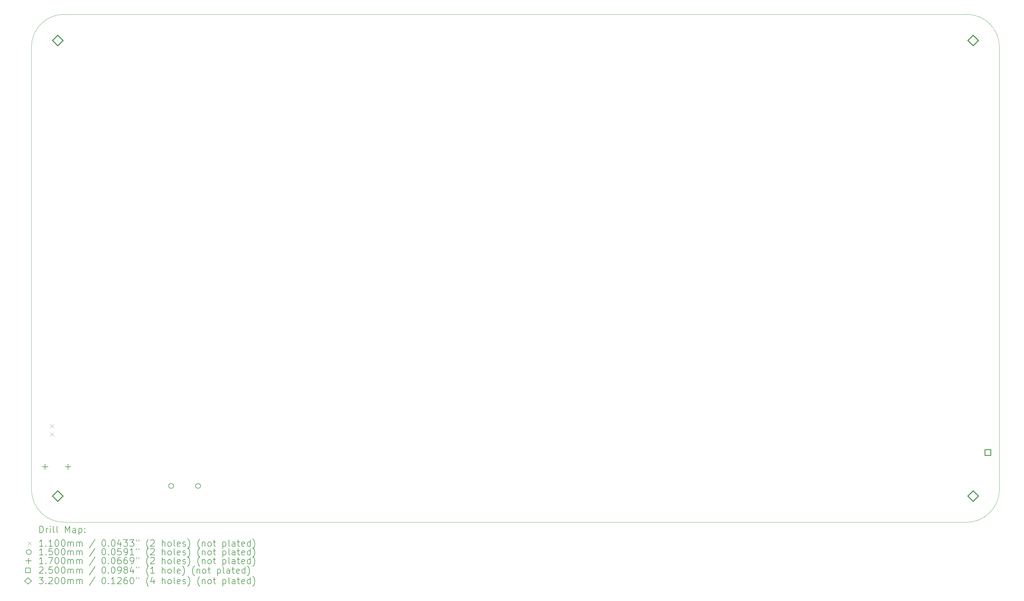
<source format=gbr>
%FSLAX45Y45*%
G04 Gerber Fmt 4.5, Leading zero omitted, Abs format (unit mm)*
G04 Created by KiCad (PCBNEW (6.0.4)) date 2023-08-04 00:31:21*
%MOMM*%
%LPD*%
G01*
G04 APERTURE LIST*
%TA.AperFunction,Profile*%
%ADD10C,0.100000*%
%TD*%
%ADD11C,0.200000*%
%ADD12C,0.110000*%
%ADD13C,0.150000*%
%ADD14C,0.170000*%
%ADD15C,0.250000*%
%ADD16C,0.320000*%
G04 APERTURE END LIST*
D10*
X6000000Y-17000000D02*
X6000000Y-3500000D01*
X35500000Y-17000000D02*
X35500000Y-3500000D01*
X34500000Y-18000000D02*
X7500000Y-18000000D01*
X6000000Y-17000000D02*
G75*
G03*
X7000000Y-18000000I1000000J0D01*
G01*
X7000000Y-2500000D02*
X34500000Y-2500000D01*
X35500000Y-3500000D02*
G75*
G03*
X34500000Y-2500000I-1000000J0D01*
G01*
X7000000Y-2500000D02*
G75*
G03*
X6000000Y-3500000I0J-1000000D01*
G01*
X34500000Y-18000000D02*
G75*
G03*
X35500000Y-17000000I0J1000000D01*
G01*
X7500000Y-18000000D02*
X7000000Y-18000000D01*
D11*
D12*
X6574400Y-15007200D02*
X6684400Y-15117200D01*
X6684400Y-15007200D02*
X6574400Y-15117200D01*
X6574400Y-15261200D02*
X6684400Y-15371200D01*
X6684400Y-15261200D02*
X6574400Y-15371200D01*
D13*
X10333000Y-16891000D02*
G75*
G03*
X10333000Y-16891000I-75000J0D01*
G01*
X11153000Y-16891000D02*
G75*
G03*
X11153000Y-16891000I-75000J0D01*
G01*
D14*
X6417500Y-16221800D02*
X6417500Y-16391800D01*
X6332500Y-16306800D02*
X6502500Y-16306800D01*
X7117500Y-16221800D02*
X7117500Y-16391800D01*
X7032500Y-16306800D02*
X7202500Y-16306800D01*
D15*
X35232133Y-15954390D02*
X35232133Y-15777612D01*
X35055355Y-15777612D01*
X35055355Y-15954390D01*
X35232133Y-15954390D01*
D16*
X6800000Y-3460000D02*
X6960000Y-3300000D01*
X6800000Y-3140000D01*
X6640000Y-3300000D01*
X6800000Y-3460000D01*
X6800000Y-17360000D02*
X6960000Y-17200000D01*
X6800000Y-17040000D01*
X6640000Y-17200000D01*
X6800000Y-17360000D01*
X34700000Y-3460000D02*
X34860000Y-3300000D01*
X34700000Y-3140000D01*
X34540000Y-3300000D01*
X34700000Y-3460000D01*
X34700000Y-17360000D02*
X34860000Y-17200000D01*
X34700000Y-17040000D01*
X34540000Y-17200000D01*
X34700000Y-17360000D01*
D11*
X6252619Y-18315476D02*
X6252619Y-18115476D01*
X6300238Y-18115476D01*
X6328809Y-18125000D01*
X6347857Y-18144048D01*
X6357381Y-18163095D01*
X6366905Y-18201190D01*
X6366905Y-18229762D01*
X6357381Y-18267857D01*
X6347857Y-18286905D01*
X6328809Y-18305952D01*
X6300238Y-18315476D01*
X6252619Y-18315476D01*
X6452619Y-18315476D02*
X6452619Y-18182143D01*
X6452619Y-18220238D02*
X6462143Y-18201190D01*
X6471667Y-18191667D01*
X6490714Y-18182143D01*
X6509762Y-18182143D01*
X6576428Y-18315476D02*
X6576428Y-18182143D01*
X6576428Y-18115476D02*
X6566905Y-18125000D01*
X6576428Y-18134524D01*
X6585952Y-18125000D01*
X6576428Y-18115476D01*
X6576428Y-18134524D01*
X6700238Y-18315476D02*
X6681190Y-18305952D01*
X6671667Y-18286905D01*
X6671667Y-18115476D01*
X6805000Y-18315476D02*
X6785952Y-18305952D01*
X6776428Y-18286905D01*
X6776428Y-18115476D01*
X7033571Y-18315476D02*
X7033571Y-18115476D01*
X7100238Y-18258333D01*
X7166905Y-18115476D01*
X7166905Y-18315476D01*
X7347857Y-18315476D02*
X7347857Y-18210714D01*
X7338333Y-18191667D01*
X7319286Y-18182143D01*
X7281190Y-18182143D01*
X7262143Y-18191667D01*
X7347857Y-18305952D02*
X7328809Y-18315476D01*
X7281190Y-18315476D01*
X7262143Y-18305952D01*
X7252619Y-18286905D01*
X7252619Y-18267857D01*
X7262143Y-18248810D01*
X7281190Y-18239286D01*
X7328809Y-18239286D01*
X7347857Y-18229762D01*
X7443095Y-18182143D02*
X7443095Y-18382143D01*
X7443095Y-18191667D02*
X7462143Y-18182143D01*
X7500238Y-18182143D01*
X7519286Y-18191667D01*
X7528809Y-18201190D01*
X7538333Y-18220238D01*
X7538333Y-18277381D01*
X7528809Y-18296429D01*
X7519286Y-18305952D01*
X7500238Y-18315476D01*
X7462143Y-18315476D01*
X7443095Y-18305952D01*
X7624048Y-18296429D02*
X7633571Y-18305952D01*
X7624048Y-18315476D01*
X7614524Y-18305952D01*
X7624048Y-18296429D01*
X7624048Y-18315476D01*
X7624048Y-18191667D02*
X7633571Y-18201190D01*
X7624048Y-18210714D01*
X7614524Y-18201190D01*
X7624048Y-18191667D01*
X7624048Y-18210714D01*
D12*
X5885000Y-18590000D02*
X5995000Y-18700000D01*
X5995000Y-18590000D02*
X5885000Y-18700000D01*
D11*
X6357381Y-18735476D02*
X6243095Y-18735476D01*
X6300238Y-18735476D02*
X6300238Y-18535476D01*
X6281190Y-18564048D01*
X6262143Y-18583095D01*
X6243095Y-18592619D01*
X6443095Y-18716429D02*
X6452619Y-18725952D01*
X6443095Y-18735476D01*
X6433571Y-18725952D01*
X6443095Y-18716429D01*
X6443095Y-18735476D01*
X6643095Y-18735476D02*
X6528809Y-18735476D01*
X6585952Y-18735476D02*
X6585952Y-18535476D01*
X6566905Y-18564048D01*
X6547857Y-18583095D01*
X6528809Y-18592619D01*
X6766905Y-18535476D02*
X6785952Y-18535476D01*
X6805000Y-18545000D01*
X6814524Y-18554524D01*
X6824048Y-18573571D01*
X6833571Y-18611667D01*
X6833571Y-18659286D01*
X6824048Y-18697381D01*
X6814524Y-18716429D01*
X6805000Y-18725952D01*
X6785952Y-18735476D01*
X6766905Y-18735476D01*
X6747857Y-18725952D01*
X6738333Y-18716429D01*
X6728809Y-18697381D01*
X6719286Y-18659286D01*
X6719286Y-18611667D01*
X6728809Y-18573571D01*
X6738333Y-18554524D01*
X6747857Y-18545000D01*
X6766905Y-18535476D01*
X6957381Y-18535476D02*
X6976428Y-18535476D01*
X6995476Y-18545000D01*
X7005000Y-18554524D01*
X7014524Y-18573571D01*
X7024048Y-18611667D01*
X7024048Y-18659286D01*
X7014524Y-18697381D01*
X7005000Y-18716429D01*
X6995476Y-18725952D01*
X6976428Y-18735476D01*
X6957381Y-18735476D01*
X6938333Y-18725952D01*
X6928809Y-18716429D01*
X6919286Y-18697381D01*
X6909762Y-18659286D01*
X6909762Y-18611667D01*
X6919286Y-18573571D01*
X6928809Y-18554524D01*
X6938333Y-18545000D01*
X6957381Y-18535476D01*
X7109762Y-18735476D02*
X7109762Y-18602143D01*
X7109762Y-18621190D02*
X7119286Y-18611667D01*
X7138333Y-18602143D01*
X7166905Y-18602143D01*
X7185952Y-18611667D01*
X7195476Y-18630714D01*
X7195476Y-18735476D01*
X7195476Y-18630714D02*
X7205000Y-18611667D01*
X7224048Y-18602143D01*
X7252619Y-18602143D01*
X7271667Y-18611667D01*
X7281190Y-18630714D01*
X7281190Y-18735476D01*
X7376428Y-18735476D02*
X7376428Y-18602143D01*
X7376428Y-18621190D02*
X7385952Y-18611667D01*
X7405000Y-18602143D01*
X7433571Y-18602143D01*
X7452619Y-18611667D01*
X7462143Y-18630714D01*
X7462143Y-18735476D01*
X7462143Y-18630714D02*
X7471667Y-18611667D01*
X7490714Y-18602143D01*
X7519286Y-18602143D01*
X7538333Y-18611667D01*
X7547857Y-18630714D01*
X7547857Y-18735476D01*
X7938333Y-18525952D02*
X7766905Y-18783095D01*
X8195476Y-18535476D02*
X8214524Y-18535476D01*
X8233571Y-18545000D01*
X8243095Y-18554524D01*
X8252619Y-18573571D01*
X8262143Y-18611667D01*
X8262143Y-18659286D01*
X8252619Y-18697381D01*
X8243095Y-18716429D01*
X8233571Y-18725952D01*
X8214524Y-18735476D01*
X8195476Y-18735476D01*
X8176428Y-18725952D01*
X8166905Y-18716429D01*
X8157381Y-18697381D01*
X8147857Y-18659286D01*
X8147857Y-18611667D01*
X8157381Y-18573571D01*
X8166905Y-18554524D01*
X8176428Y-18545000D01*
X8195476Y-18535476D01*
X8347857Y-18716429D02*
X8357381Y-18725952D01*
X8347857Y-18735476D01*
X8338333Y-18725952D01*
X8347857Y-18716429D01*
X8347857Y-18735476D01*
X8481190Y-18535476D02*
X8500238Y-18535476D01*
X8519286Y-18545000D01*
X8528810Y-18554524D01*
X8538333Y-18573571D01*
X8547857Y-18611667D01*
X8547857Y-18659286D01*
X8538333Y-18697381D01*
X8528810Y-18716429D01*
X8519286Y-18725952D01*
X8500238Y-18735476D01*
X8481190Y-18735476D01*
X8462143Y-18725952D01*
X8452619Y-18716429D01*
X8443095Y-18697381D01*
X8433571Y-18659286D01*
X8433571Y-18611667D01*
X8443095Y-18573571D01*
X8452619Y-18554524D01*
X8462143Y-18545000D01*
X8481190Y-18535476D01*
X8719286Y-18602143D02*
X8719286Y-18735476D01*
X8671667Y-18525952D02*
X8624048Y-18668810D01*
X8747857Y-18668810D01*
X8805000Y-18535476D02*
X8928810Y-18535476D01*
X8862143Y-18611667D01*
X8890714Y-18611667D01*
X8909762Y-18621190D01*
X8919286Y-18630714D01*
X8928810Y-18649762D01*
X8928810Y-18697381D01*
X8919286Y-18716429D01*
X8909762Y-18725952D01*
X8890714Y-18735476D01*
X8833571Y-18735476D01*
X8814524Y-18725952D01*
X8805000Y-18716429D01*
X8995476Y-18535476D02*
X9119286Y-18535476D01*
X9052619Y-18611667D01*
X9081190Y-18611667D01*
X9100238Y-18621190D01*
X9109762Y-18630714D01*
X9119286Y-18649762D01*
X9119286Y-18697381D01*
X9109762Y-18716429D01*
X9100238Y-18725952D01*
X9081190Y-18735476D01*
X9024048Y-18735476D01*
X9005000Y-18725952D01*
X8995476Y-18716429D01*
X9195476Y-18535476D02*
X9195476Y-18573571D01*
X9271667Y-18535476D02*
X9271667Y-18573571D01*
X9566905Y-18811667D02*
X9557381Y-18802143D01*
X9538333Y-18773571D01*
X9528810Y-18754524D01*
X9519286Y-18725952D01*
X9509762Y-18678333D01*
X9509762Y-18640238D01*
X9519286Y-18592619D01*
X9528810Y-18564048D01*
X9538333Y-18545000D01*
X9557381Y-18516429D01*
X9566905Y-18506905D01*
X9633571Y-18554524D02*
X9643095Y-18545000D01*
X9662143Y-18535476D01*
X9709762Y-18535476D01*
X9728810Y-18545000D01*
X9738333Y-18554524D01*
X9747857Y-18573571D01*
X9747857Y-18592619D01*
X9738333Y-18621190D01*
X9624048Y-18735476D01*
X9747857Y-18735476D01*
X9985952Y-18735476D02*
X9985952Y-18535476D01*
X10071667Y-18735476D02*
X10071667Y-18630714D01*
X10062143Y-18611667D01*
X10043095Y-18602143D01*
X10014524Y-18602143D01*
X9995476Y-18611667D01*
X9985952Y-18621190D01*
X10195476Y-18735476D02*
X10176429Y-18725952D01*
X10166905Y-18716429D01*
X10157381Y-18697381D01*
X10157381Y-18640238D01*
X10166905Y-18621190D01*
X10176429Y-18611667D01*
X10195476Y-18602143D01*
X10224048Y-18602143D01*
X10243095Y-18611667D01*
X10252619Y-18621190D01*
X10262143Y-18640238D01*
X10262143Y-18697381D01*
X10252619Y-18716429D01*
X10243095Y-18725952D01*
X10224048Y-18735476D01*
X10195476Y-18735476D01*
X10376429Y-18735476D02*
X10357381Y-18725952D01*
X10347857Y-18706905D01*
X10347857Y-18535476D01*
X10528810Y-18725952D02*
X10509762Y-18735476D01*
X10471667Y-18735476D01*
X10452619Y-18725952D01*
X10443095Y-18706905D01*
X10443095Y-18630714D01*
X10452619Y-18611667D01*
X10471667Y-18602143D01*
X10509762Y-18602143D01*
X10528810Y-18611667D01*
X10538333Y-18630714D01*
X10538333Y-18649762D01*
X10443095Y-18668810D01*
X10614524Y-18725952D02*
X10633571Y-18735476D01*
X10671667Y-18735476D01*
X10690714Y-18725952D01*
X10700238Y-18706905D01*
X10700238Y-18697381D01*
X10690714Y-18678333D01*
X10671667Y-18668810D01*
X10643095Y-18668810D01*
X10624048Y-18659286D01*
X10614524Y-18640238D01*
X10614524Y-18630714D01*
X10624048Y-18611667D01*
X10643095Y-18602143D01*
X10671667Y-18602143D01*
X10690714Y-18611667D01*
X10766905Y-18811667D02*
X10776429Y-18802143D01*
X10795476Y-18773571D01*
X10805000Y-18754524D01*
X10814524Y-18725952D01*
X10824048Y-18678333D01*
X10824048Y-18640238D01*
X10814524Y-18592619D01*
X10805000Y-18564048D01*
X10795476Y-18545000D01*
X10776429Y-18516429D01*
X10766905Y-18506905D01*
X11128810Y-18811667D02*
X11119286Y-18802143D01*
X11100238Y-18773571D01*
X11090714Y-18754524D01*
X11081190Y-18725952D01*
X11071667Y-18678333D01*
X11071667Y-18640238D01*
X11081190Y-18592619D01*
X11090714Y-18564048D01*
X11100238Y-18545000D01*
X11119286Y-18516429D01*
X11128810Y-18506905D01*
X11205000Y-18602143D02*
X11205000Y-18735476D01*
X11205000Y-18621190D02*
X11214524Y-18611667D01*
X11233571Y-18602143D01*
X11262143Y-18602143D01*
X11281190Y-18611667D01*
X11290714Y-18630714D01*
X11290714Y-18735476D01*
X11414524Y-18735476D02*
X11395476Y-18725952D01*
X11385952Y-18716429D01*
X11376428Y-18697381D01*
X11376428Y-18640238D01*
X11385952Y-18621190D01*
X11395476Y-18611667D01*
X11414524Y-18602143D01*
X11443095Y-18602143D01*
X11462143Y-18611667D01*
X11471667Y-18621190D01*
X11481190Y-18640238D01*
X11481190Y-18697381D01*
X11471667Y-18716429D01*
X11462143Y-18725952D01*
X11443095Y-18735476D01*
X11414524Y-18735476D01*
X11538333Y-18602143D02*
X11614524Y-18602143D01*
X11566905Y-18535476D02*
X11566905Y-18706905D01*
X11576428Y-18725952D01*
X11595476Y-18735476D01*
X11614524Y-18735476D01*
X11833571Y-18602143D02*
X11833571Y-18802143D01*
X11833571Y-18611667D02*
X11852619Y-18602143D01*
X11890714Y-18602143D01*
X11909762Y-18611667D01*
X11919286Y-18621190D01*
X11928809Y-18640238D01*
X11928809Y-18697381D01*
X11919286Y-18716429D01*
X11909762Y-18725952D01*
X11890714Y-18735476D01*
X11852619Y-18735476D01*
X11833571Y-18725952D01*
X12043095Y-18735476D02*
X12024048Y-18725952D01*
X12014524Y-18706905D01*
X12014524Y-18535476D01*
X12205000Y-18735476D02*
X12205000Y-18630714D01*
X12195476Y-18611667D01*
X12176428Y-18602143D01*
X12138333Y-18602143D01*
X12119286Y-18611667D01*
X12205000Y-18725952D02*
X12185952Y-18735476D01*
X12138333Y-18735476D01*
X12119286Y-18725952D01*
X12109762Y-18706905D01*
X12109762Y-18687857D01*
X12119286Y-18668810D01*
X12138333Y-18659286D01*
X12185952Y-18659286D01*
X12205000Y-18649762D01*
X12271667Y-18602143D02*
X12347857Y-18602143D01*
X12300238Y-18535476D02*
X12300238Y-18706905D01*
X12309762Y-18725952D01*
X12328809Y-18735476D01*
X12347857Y-18735476D01*
X12490714Y-18725952D02*
X12471667Y-18735476D01*
X12433571Y-18735476D01*
X12414524Y-18725952D01*
X12405000Y-18706905D01*
X12405000Y-18630714D01*
X12414524Y-18611667D01*
X12433571Y-18602143D01*
X12471667Y-18602143D01*
X12490714Y-18611667D01*
X12500238Y-18630714D01*
X12500238Y-18649762D01*
X12405000Y-18668810D01*
X12671667Y-18735476D02*
X12671667Y-18535476D01*
X12671667Y-18725952D02*
X12652619Y-18735476D01*
X12614524Y-18735476D01*
X12595476Y-18725952D01*
X12585952Y-18716429D01*
X12576428Y-18697381D01*
X12576428Y-18640238D01*
X12585952Y-18621190D01*
X12595476Y-18611667D01*
X12614524Y-18602143D01*
X12652619Y-18602143D01*
X12671667Y-18611667D01*
X12747857Y-18811667D02*
X12757381Y-18802143D01*
X12776428Y-18773571D01*
X12785952Y-18754524D01*
X12795476Y-18725952D01*
X12805000Y-18678333D01*
X12805000Y-18640238D01*
X12795476Y-18592619D01*
X12785952Y-18564048D01*
X12776428Y-18545000D01*
X12757381Y-18516429D01*
X12747857Y-18506905D01*
D13*
X5995000Y-18909000D02*
G75*
G03*
X5995000Y-18909000I-75000J0D01*
G01*
D11*
X6357381Y-18999476D02*
X6243095Y-18999476D01*
X6300238Y-18999476D02*
X6300238Y-18799476D01*
X6281190Y-18828048D01*
X6262143Y-18847095D01*
X6243095Y-18856619D01*
X6443095Y-18980429D02*
X6452619Y-18989952D01*
X6443095Y-18999476D01*
X6433571Y-18989952D01*
X6443095Y-18980429D01*
X6443095Y-18999476D01*
X6633571Y-18799476D02*
X6538333Y-18799476D01*
X6528809Y-18894714D01*
X6538333Y-18885190D01*
X6557381Y-18875667D01*
X6605000Y-18875667D01*
X6624048Y-18885190D01*
X6633571Y-18894714D01*
X6643095Y-18913762D01*
X6643095Y-18961381D01*
X6633571Y-18980429D01*
X6624048Y-18989952D01*
X6605000Y-18999476D01*
X6557381Y-18999476D01*
X6538333Y-18989952D01*
X6528809Y-18980429D01*
X6766905Y-18799476D02*
X6785952Y-18799476D01*
X6805000Y-18809000D01*
X6814524Y-18818524D01*
X6824048Y-18837571D01*
X6833571Y-18875667D01*
X6833571Y-18923286D01*
X6824048Y-18961381D01*
X6814524Y-18980429D01*
X6805000Y-18989952D01*
X6785952Y-18999476D01*
X6766905Y-18999476D01*
X6747857Y-18989952D01*
X6738333Y-18980429D01*
X6728809Y-18961381D01*
X6719286Y-18923286D01*
X6719286Y-18875667D01*
X6728809Y-18837571D01*
X6738333Y-18818524D01*
X6747857Y-18809000D01*
X6766905Y-18799476D01*
X6957381Y-18799476D02*
X6976428Y-18799476D01*
X6995476Y-18809000D01*
X7005000Y-18818524D01*
X7014524Y-18837571D01*
X7024048Y-18875667D01*
X7024048Y-18923286D01*
X7014524Y-18961381D01*
X7005000Y-18980429D01*
X6995476Y-18989952D01*
X6976428Y-18999476D01*
X6957381Y-18999476D01*
X6938333Y-18989952D01*
X6928809Y-18980429D01*
X6919286Y-18961381D01*
X6909762Y-18923286D01*
X6909762Y-18875667D01*
X6919286Y-18837571D01*
X6928809Y-18818524D01*
X6938333Y-18809000D01*
X6957381Y-18799476D01*
X7109762Y-18999476D02*
X7109762Y-18866143D01*
X7109762Y-18885190D02*
X7119286Y-18875667D01*
X7138333Y-18866143D01*
X7166905Y-18866143D01*
X7185952Y-18875667D01*
X7195476Y-18894714D01*
X7195476Y-18999476D01*
X7195476Y-18894714D02*
X7205000Y-18875667D01*
X7224048Y-18866143D01*
X7252619Y-18866143D01*
X7271667Y-18875667D01*
X7281190Y-18894714D01*
X7281190Y-18999476D01*
X7376428Y-18999476D02*
X7376428Y-18866143D01*
X7376428Y-18885190D02*
X7385952Y-18875667D01*
X7405000Y-18866143D01*
X7433571Y-18866143D01*
X7452619Y-18875667D01*
X7462143Y-18894714D01*
X7462143Y-18999476D01*
X7462143Y-18894714D02*
X7471667Y-18875667D01*
X7490714Y-18866143D01*
X7519286Y-18866143D01*
X7538333Y-18875667D01*
X7547857Y-18894714D01*
X7547857Y-18999476D01*
X7938333Y-18789952D02*
X7766905Y-19047095D01*
X8195476Y-18799476D02*
X8214524Y-18799476D01*
X8233571Y-18809000D01*
X8243095Y-18818524D01*
X8252619Y-18837571D01*
X8262143Y-18875667D01*
X8262143Y-18923286D01*
X8252619Y-18961381D01*
X8243095Y-18980429D01*
X8233571Y-18989952D01*
X8214524Y-18999476D01*
X8195476Y-18999476D01*
X8176428Y-18989952D01*
X8166905Y-18980429D01*
X8157381Y-18961381D01*
X8147857Y-18923286D01*
X8147857Y-18875667D01*
X8157381Y-18837571D01*
X8166905Y-18818524D01*
X8176428Y-18809000D01*
X8195476Y-18799476D01*
X8347857Y-18980429D02*
X8357381Y-18989952D01*
X8347857Y-18999476D01*
X8338333Y-18989952D01*
X8347857Y-18980429D01*
X8347857Y-18999476D01*
X8481190Y-18799476D02*
X8500238Y-18799476D01*
X8519286Y-18809000D01*
X8528810Y-18818524D01*
X8538333Y-18837571D01*
X8547857Y-18875667D01*
X8547857Y-18923286D01*
X8538333Y-18961381D01*
X8528810Y-18980429D01*
X8519286Y-18989952D01*
X8500238Y-18999476D01*
X8481190Y-18999476D01*
X8462143Y-18989952D01*
X8452619Y-18980429D01*
X8443095Y-18961381D01*
X8433571Y-18923286D01*
X8433571Y-18875667D01*
X8443095Y-18837571D01*
X8452619Y-18818524D01*
X8462143Y-18809000D01*
X8481190Y-18799476D01*
X8728810Y-18799476D02*
X8633571Y-18799476D01*
X8624048Y-18894714D01*
X8633571Y-18885190D01*
X8652619Y-18875667D01*
X8700238Y-18875667D01*
X8719286Y-18885190D01*
X8728810Y-18894714D01*
X8738333Y-18913762D01*
X8738333Y-18961381D01*
X8728810Y-18980429D01*
X8719286Y-18989952D01*
X8700238Y-18999476D01*
X8652619Y-18999476D01*
X8633571Y-18989952D01*
X8624048Y-18980429D01*
X8833571Y-18999476D02*
X8871667Y-18999476D01*
X8890714Y-18989952D01*
X8900238Y-18980429D01*
X8919286Y-18951857D01*
X8928810Y-18913762D01*
X8928810Y-18837571D01*
X8919286Y-18818524D01*
X8909762Y-18809000D01*
X8890714Y-18799476D01*
X8852619Y-18799476D01*
X8833571Y-18809000D01*
X8824048Y-18818524D01*
X8814524Y-18837571D01*
X8814524Y-18885190D01*
X8824048Y-18904238D01*
X8833571Y-18913762D01*
X8852619Y-18923286D01*
X8890714Y-18923286D01*
X8909762Y-18913762D01*
X8919286Y-18904238D01*
X8928810Y-18885190D01*
X9119286Y-18999476D02*
X9005000Y-18999476D01*
X9062143Y-18999476D02*
X9062143Y-18799476D01*
X9043095Y-18828048D01*
X9024048Y-18847095D01*
X9005000Y-18856619D01*
X9195476Y-18799476D02*
X9195476Y-18837571D01*
X9271667Y-18799476D02*
X9271667Y-18837571D01*
X9566905Y-19075667D02*
X9557381Y-19066143D01*
X9538333Y-19037571D01*
X9528810Y-19018524D01*
X9519286Y-18989952D01*
X9509762Y-18942333D01*
X9509762Y-18904238D01*
X9519286Y-18856619D01*
X9528810Y-18828048D01*
X9538333Y-18809000D01*
X9557381Y-18780429D01*
X9566905Y-18770905D01*
X9633571Y-18818524D02*
X9643095Y-18809000D01*
X9662143Y-18799476D01*
X9709762Y-18799476D01*
X9728810Y-18809000D01*
X9738333Y-18818524D01*
X9747857Y-18837571D01*
X9747857Y-18856619D01*
X9738333Y-18885190D01*
X9624048Y-18999476D01*
X9747857Y-18999476D01*
X9985952Y-18999476D02*
X9985952Y-18799476D01*
X10071667Y-18999476D02*
X10071667Y-18894714D01*
X10062143Y-18875667D01*
X10043095Y-18866143D01*
X10014524Y-18866143D01*
X9995476Y-18875667D01*
X9985952Y-18885190D01*
X10195476Y-18999476D02*
X10176429Y-18989952D01*
X10166905Y-18980429D01*
X10157381Y-18961381D01*
X10157381Y-18904238D01*
X10166905Y-18885190D01*
X10176429Y-18875667D01*
X10195476Y-18866143D01*
X10224048Y-18866143D01*
X10243095Y-18875667D01*
X10252619Y-18885190D01*
X10262143Y-18904238D01*
X10262143Y-18961381D01*
X10252619Y-18980429D01*
X10243095Y-18989952D01*
X10224048Y-18999476D01*
X10195476Y-18999476D01*
X10376429Y-18999476D02*
X10357381Y-18989952D01*
X10347857Y-18970905D01*
X10347857Y-18799476D01*
X10528810Y-18989952D02*
X10509762Y-18999476D01*
X10471667Y-18999476D01*
X10452619Y-18989952D01*
X10443095Y-18970905D01*
X10443095Y-18894714D01*
X10452619Y-18875667D01*
X10471667Y-18866143D01*
X10509762Y-18866143D01*
X10528810Y-18875667D01*
X10538333Y-18894714D01*
X10538333Y-18913762D01*
X10443095Y-18932810D01*
X10614524Y-18989952D02*
X10633571Y-18999476D01*
X10671667Y-18999476D01*
X10690714Y-18989952D01*
X10700238Y-18970905D01*
X10700238Y-18961381D01*
X10690714Y-18942333D01*
X10671667Y-18932810D01*
X10643095Y-18932810D01*
X10624048Y-18923286D01*
X10614524Y-18904238D01*
X10614524Y-18894714D01*
X10624048Y-18875667D01*
X10643095Y-18866143D01*
X10671667Y-18866143D01*
X10690714Y-18875667D01*
X10766905Y-19075667D02*
X10776429Y-19066143D01*
X10795476Y-19037571D01*
X10805000Y-19018524D01*
X10814524Y-18989952D01*
X10824048Y-18942333D01*
X10824048Y-18904238D01*
X10814524Y-18856619D01*
X10805000Y-18828048D01*
X10795476Y-18809000D01*
X10776429Y-18780429D01*
X10766905Y-18770905D01*
X11128810Y-19075667D02*
X11119286Y-19066143D01*
X11100238Y-19037571D01*
X11090714Y-19018524D01*
X11081190Y-18989952D01*
X11071667Y-18942333D01*
X11071667Y-18904238D01*
X11081190Y-18856619D01*
X11090714Y-18828048D01*
X11100238Y-18809000D01*
X11119286Y-18780429D01*
X11128810Y-18770905D01*
X11205000Y-18866143D02*
X11205000Y-18999476D01*
X11205000Y-18885190D02*
X11214524Y-18875667D01*
X11233571Y-18866143D01*
X11262143Y-18866143D01*
X11281190Y-18875667D01*
X11290714Y-18894714D01*
X11290714Y-18999476D01*
X11414524Y-18999476D02*
X11395476Y-18989952D01*
X11385952Y-18980429D01*
X11376428Y-18961381D01*
X11376428Y-18904238D01*
X11385952Y-18885190D01*
X11395476Y-18875667D01*
X11414524Y-18866143D01*
X11443095Y-18866143D01*
X11462143Y-18875667D01*
X11471667Y-18885190D01*
X11481190Y-18904238D01*
X11481190Y-18961381D01*
X11471667Y-18980429D01*
X11462143Y-18989952D01*
X11443095Y-18999476D01*
X11414524Y-18999476D01*
X11538333Y-18866143D02*
X11614524Y-18866143D01*
X11566905Y-18799476D02*
X11566905Y-18970905D01*
X11576428Y-18989952D01*
X11595476Y-18999476D01*
X11614524Y-18999476D01*
X11833571Y-18866143D02*
X11833571Y-19066143D01*
X11833571Y-18875667D02*
X11852619Y-18866143D01*
X11890714Y-18866143D01*
X11909762Y-18875667D01*
X11919286Y-18885190D01*
X11928809Y-18904238D01*
X11928809Y-18961381D01*
X11919286Y-18980429D01*
X11909762Y-18989952D01*
X11890714Y-18999476D01*
X11852619Y-18999476D01*
X11833571Y-18989952D01*
X12043095Y-18999476D02*
X12024048Y-18989952D01*
X12014524Y-18970905D01*
X12014524Y-18799476D01*
X12205000Y-18999476D02*
X12205000Y-18894714D01*
X12195476Y-18875667D01*
X12176428Y-18866143D01*
X12138333Y-18866143D01*
X12119286Y-18875667D01*
X12205000Y-18989952D02*
X12185952Y-18999476D01*
X12138333Y-18999476D01*
X12119286Y-18989952D01*
X12109762Y-18970905D01*
X12109762Y-18951857D01*
X12119286Y-18932810D01*
X12138333Y-18923286D01*
X12185952Y-18923286D01*
X12205000Y-18913762D01*
X12271667Y-18866143D02*
X12347857Y-18866143D01*
X12300238Y-18799476D02*
X12300238Y-18970905D01*
X12309762Y-18989952D01*
X12328809Y-18999476D01*
X12347857Y-18999476D01*
X12490714Y-18989952D02*
X12471667Y-18999476D01*
X12433571Y-18999476D01*
X12414524Y-18989952D01*
X12405000Y-18970905D01*
X12405000Y-18894714D01*
X12414524Y-18875667D01*
X12433571Y-18866143D01*
X12471667Y-18866143D01*
X12490714Y-18875667D01*
X12500238Y-18894714D01*
X12500238Y-18913762D01*
X12405000Y-18932810D01*
X12671667Y-18999476D02*
X12671667Y-18799476D01*
X12671667Y-18989952D02*
X12652619Y-18999476D01*
X12614524Y-18999476D01*
X12595476Y-18989952D01*
X12585952Y-18980429D01*
X12576428Y-18961381D01*
X12576428Y-18904238D01*
X12585952Y-18885190D01*
X12595476Y-18875667D01*
X12614524Y-18866143D01*
X12652619Y-18866143D01*
X12671667Y-18875667D01*
X12747857Y-19075667D02*
X12757381Y-19066143D01*
X12776428Y-19037571D01*
X12785952Y-19018524D01*
X12795476Y-18989952D01*
X12805000Y-18942333D01*
X12805000Y-18904238D01*
X12795476Y-18856619D01*
X12785952Y-18828048D01*
X12776428Y-18809000D01*
X12757381Y-18780429D01*
X12747857Y-18770905D01*
D14*
X5910000Y-19094000D02*
X5910000Y-19264000D01*
X5825000Y-19179000D02*
X5995000Y-19179000D01*
D11*
X6357381Y-19269476D02*
X6243095Y-19269476D01*
X6300238Y-19269476D02*
X6300238Y-19069476D01*
X6281190Y-19098048D01*
X6262143Y-19117095D01*
X6243095Y-19126619D01*
X6443095Y-19250429D02*
X6452619Y-19259952D01*
X6443095Y-19269476D01*
X6433571Y-19259952D01*
X6443095Y-19250429D01*
X6443095Y-19269476D01*
X6519286Y-19069476D02*
X6652619Y-19069476D01*
X6566905Y-19269476D01*
X6766905Y-19069476D02*
X6785952Y-19069476D01*
X6805000Y-19079000D01*
X6814524Y-19088524D01*
X6824048Y-19107571D01*
X6833571Y-19145667D01*
X6833571Y-19193286D01*
X6824048Y-19231381D01*
X6814524Y-19250429D01*
X6805000Y-19259952D01*
X6785952Y-19269476D01*
X6766905Y-19269476D01*
X6747857Y-19259952D01*
X6738333Y-19250429D01*
X6728809Y-19231381D01*
X6719286Y-19193286D01*
X6719286Y-19145667D01*
X6728809Y-19107571D01*
X6738333Y-19088524D01*
X6747857Y-19079000D01*
X6766905Y-19069476D01*
X6957381Y-19069476D02*
X6976428Y-19069476D01*
X6995476Y-19079000D01*
X7005000Y-19088524D01*
X7014524Y-19107571D01*
X7024048Y-19145667D01*
X7024048Y-19193286D01*
X7014524Y-19231381D01*
X7005000Y-19250429D01*
X6995476Y-19259952D01*
X6976428Y-19269476D01*
X6957381Y-19269476D01*
X6938333Y-19259952D01*
X6928809Y-19250429D01*
X6919286Y-19231381D01*
X6909762Y-19193286D01*
X6909762Y-19145667D01*
X6919286Y-19107571D01*
X6928809Y-19088524D01*
X6938333Y-19079000D01*
X6957381Y-19069476D01*
X7109762Y-19269476D02*
X7109762Y-19136143D01*
X7109762Y-19155190D02*
X7119286Y-19145667D01*
X7138333Y-19136143D01*
X7166905Y-19136143D01*
X7185952Y-19145667D01*
X7195476Y-19164714D01*
X7195476Y-19269476D01*
X7195476Y-19164714D02*
X7205000Y-19145667D01*
X7224048Y-19136143D01*
X7252619Y-19136143D01*
X7271667Y-19145667D01*
X7281190Y-19164714D01*
X7281190Y-19269476D01*
X7376428Y-19269476D02*
X7376428Y-19136143D01*
X7376428Y-19155190D02*
X7385952Y-19145667D01*
X7405000Y-19136143D01*
X7433571Y-19136143D01*
X7452619Y-19145667D01*
X7462143Y-19164714D01*
X7462143Y-19269476D01*
X7462143Y-19164714D02*
X7471667Y-19145667D01*
X7490714Y-19136143D01*
X7519286Y-19136143D01*
X7538333Y-19145667D01*
X7547857Y-19164714D01*
X7547857Y-19269476D01*
X7938333Y-19059952D02*
X7766905Y-19317095D01*
X8195476Y-19069476D02*
X8214524Y-19069476D01*
X8233571Y-19079000D01*
X8243095Y-19088524D01*
X8252619Y-19107571D01*
X8262143Y-19145667D01*
X8262143Y-19193286D01*
X8252619Y-19231381D01*
X8243095Y-19250429D01*
X8233571Y-19259952D01*
X8214524Y-19269476D01*
X8195476Y-19269476D01*
X8176428Y-19259952D01*
X8166905Y-19250429D01*
X8157381Y-19231381D01*
X8147857Y-19193286D01*
X8147857Y-19145667D01*
X8157381Y-19107571D01*
X8166905Y-19088524D01*
X8176428Y-19079000D01*
X8195476Y-19069476D01*
X8347857Y-19250429D02*
X8357381Y-19259952D01*
X8347857Y-19269476D01*
X8338333Y-19259952D01*
X8347857Y-19250429D01*
X8347857Y-19269476D01*
X8481190Y-19069476D02*
X8500238Y-19069476D01*
X8519286Y-19079000D01*
X8528810Y-19088524D01*
X8538333Y-19107571D01*
X8547857Y-19145667D01*
X8547857Y-19193286D01*
X8538333Y-19231381D01*
X8528810Y-19250429D01*
X8519286Y-19259952D01*
X8500238Y-19269476D01*
X8481190Y-19269476D01*
X8462143Y-19259952D01*
X8452619Y-19250429D01*
X8443095Y-19231381D01*
X8433571Y-19193286D01*
X8433571Y-19145667D01*
X8443095Y-19107571D01*
X8452619Y-19088524D01*
X8462143Y-19079000D01*
X8481190Y-19069476D01*
X8719286Y-19069476D02*
X8681190Y-19069476D01*
X8662143Y-19079000D01*
X8652619Y-19088524D01*
X8633571Y-19117095D01*
X8624048Y-19155190D01*
X8624048Y-19231381D01*
X8633571Y-19250429D01*
X8643095Y-19259952D01*
X8662143Y-19269476D01*
X8700238Y-19269476D01*
X8719286Y-19259952D01*
X8728810Y-19250429D01*
X8738333Y-19231381D01*
X8738333Y-19183762D01*
X8728810Y-19164714D01*
X8719286Y-19155190D01*
X8700238Y-19145667D01*
X8662143Y-19145667D01*
X8643095Y-19155190D01*
X8633571Y-19164714D01*
X8624048Y-19183762D01*
X8909762Y-19069476D02*
X8871667Y-19069476D01*
X8852619Y-19079000D01*
X8843095Y-19088524D01*
X8824048Y-19117095D01*
X8814524Y-19155190D01*
X8814524Y-19231381D01*
X8824048Y-19250429D01*
X8833571Y-19259952D01*
X8852619Y-19269476D01*
X8890714Y-19269476D01*
X8909762Y-19259952D01*
X8919286Y-19250429D01*
X8928810Y-19231381D01*
X8928810Y-19183762D01*
X8919286Y-19164714D01*
X8909762Y-19155190D01*
X8890714Y-19145667D01*
X8852619Y-19145667D01*
X8833571Y-19155190D01*
X8824048Y-19164714D01*
X8814524Y-19183762D01*
X9024048Y-19269476D02*
X9062143Y-19269476D01*
X9081190Y-19259952D01*
X9090714Y-19250429D01*
X9109762Y-19221857D01*
X9119286Y-19183762D01*
X9119286Y-19107571D01*
X9109762Y-19088524D01*
X9100238Y-19079000D01*
X9081190Y-19069476D01*
X9043095Y-19069476D01*
X9024048Y-19079000D01*
X9014524Y-19088524D01*
X9005000Y-19107571D01*
X9005000Y-19155190D01*
X9014524Y-19174238D01*
X9024048Y-19183762D01*
X9043095Y-19193286D01*
X9081190Y-19193286D01*
X9100238Y-19183762D01*
X9109762Y-19174238D01*
X9119286Y-19155190D01*
X9195476Y-19069476D02*
X9195476Y-19107571D01*
X9271667Y-19069476D02*
X9271667Y-19107571D01*
X9566905Y-19345667D02*
X9557381Y-19336143D01*
X9538333Y-19307571D01*
X9528810Y-19288524D01*
X9519286Y-19259952D01*
X9509762Y-19212333D01*
X9509762Y-19174238D01*
X9519286Y-19126619D01*
X9528810Y-19098048D01*
X9538333Y-19079000D01*
X9557381Y-19050429D01*
X9566905Y-19040905D01*
X9633571Y-19088524D02*
X9643095Y-19079000D01*
X9662143Y-19069476D01*
X9709762Y-19069476D01*
X9728810Y-19079000D01*
X9738333Y-19088524D01*
X9747857Y-19107571D01*
X9747857Y-19126619D01*
X9738333Y-19155190D01*
X9624048Y-19269476D01*
X9747857Y-19269476D01*
X9985952Y-19269476D02*
X9985952Y-19069476D01*
X10071667Y-19269476D02*
X10071667Y-19164714D01*
X10062143Y-19145667D01*
X10043095Y-19136143D01*
X10014524Y-19136143D01*
X9995476Y-19145667D01*
X9985952Y-19155190D01*
X10195476Y-19269476D02*
X10176429Y-19259952D01*
X10166905Y-19250429D01*
X10157381Y-19231381D01*
X10157381Y-19174238D01*
X10166905Y-19155190D01*
X10176429Y-19145667D01*
X10195476Y-19136143D01*
X10224048Y-19136143D01*
X10243095Y-19145667D01*
X10252619Y-19155190D01*
X10262143Y-19174238D01*
X10262143Y-19231381D01*
X10252619Y-19250429D01*
X10243095Y-19259952D01*
X10224048Y-19269476D01*
X10195476Y-19269476D01*
X10376429Y-19269476D02*
X10357381Y-19259952D01*
X10347857Y-19240905D01*
X10347857Y-19069476D01*
X10528810Y-19259952D02*
X10509762Y-19269476D01*
X10471667Y-19269476D01*
X10452619Y-19259952D01*
X10443095Y-19240905D01*
X10443095Y-19164714D01*
X10452619Y-19145667D01*
X10471667Y-19136143D01*
X10509762Y-19136143D01*
X10528810Y-19145667D01*
X10538333Y-19164714D01*
X10538333Y-19183762D01*
X10443095Y-19202810D01*
X10614524Y-19259952D02*
X10633571Y-19269476D01*
X10671667Y-19269476D01*
X10690714Y-19259952D01*
X10700238Y-19240905D01*
X10700238Y-19231381D01*
X10690714Y-19212333D01*
X10671667Y-19202810D01*
X10643095Y-19202810D01*
X10624048Y-19193286D01*
X10614524Y-19174238D01*
X10614524Y-19164714D01*
X10624048Y-19145667D01*
X10643095Y-19136143D01*
X10671667Y-19136143D01*
X10690714Y-19145667D01*
X10766905Y-19345667D02*
X10776429Y-19336143D01*
X10795476Y-19307571D01*
X10805000Y-19288524D01*
X10814524Y-19259952D01*
X10824048Y-19212333D01*
X10824048Y-19174238D01*
X10814524Y-19126619D01*
X10805000Y-19098048D01*
X10795476Y-19079000D01*
X10776429Y-19050429D01*
X10766905Y-19040905D01*
X11128810Y-19345667D02*
X11119286Y-19336143D01*
X11100238Y-19307571D01*
X11090714Y-19288524D01*
X11081190Y-19259952D01*
X11071667Y-19212333D01*
X11071667Y-19174238D01*
X11081190Y-19126619D01*
X11090714Y-19098048D01*
X11100238Y-19079000D01*
X11119286Y-19050429D01*
X11128810Y-19040905D01*
X11205000Y-19136143D02*
X11205000Y-19269476D01*
X11205000Y-19155190D02*
X11214524Y-19145667D01*
X11233571Y-19136143D01*
X11262143Y-19136143D01*
X11281190Y-19145667D01*
X11290714Y-19164714D01*
X11290714Y-19269476D01*
X11414524Y-19269476D02*
X11395476Y-19259952D01*
X11385952Y-19250429D01*
X11376428Y-19231381D01*
X11376428Y-19174238D01*
X11385952Y-19155190D01*
X11395476Y-19145667D01*
X11414524Y-19136143D01*
X11443095Y-19136143D01*
X11462143Y-19145667D01*
X11471667Y-19155190D01*
X11481190Y-19174238D01*
X11481190Y-19231381D01*
X11471667Y-19250429D01*
X11462143Y-19259952D01*
X11443095Y-19269476D01*
X11414524Y-19269476D01*
X11538333Y-19136143D02*
X11614524Y-19136143D01*
X11566905Y-19069476D02*
X11566905Y-19240905D01*
X11576428Y-19259952D01*
X11595476Y-19269476D01*
X11614524Y-19269476D01*
X11833571Y-19136143D02*
X11833571Y-19336143D01*
X11833571Y-19145667D02*
X11852619Y-19136143D01*
X11890714Y-19136143D01*
X11909762Y-19145667D01*
X11919286Y-19155190D01*
X11928809Y-19174238D01*
X11928809Y-19231381D01*
X11919286Y-19250429D01*
X11909762Y-19259952D01*
X11890714Y-19269476D01*
X11852619Y-19269476D01*
X11833571Y-19259952D01*
X12043095Y-19269476D02*
X12024048Y-19259952D01*
X12014524Y-19240905D01*
X12014524Y-19069476D01*
X12205000Y-19269476D02*
X12205000Y-19164714D01*
X12195476Y-19145667D01*
X12176428Y-19136143D01*
X12138333Y-19136143D01*
X12119286Y-19145667D01*
X12205000Y-19259952D02*
X12185952Y-19269476D01*
X12138333Y-19269476D01*
X12119286Y-19259952D01*
X12109762Y-19240905D01*
X12109762Y-19221857D01*
X12119286Y-19202810D01*
X12138333Y-19193286D01*
X12185952Y-19193286D01*
X12205000Y-19183762D01*
X12271667Y-19136143D02*
X12347857Y-19136143D01*
X12300238Y-19069476D02*
X12300238Y-19240905D01*
X12309762Y-19259952D01*
X12328809Y-19269476D01*
X12347857Y-19269476D01*
X12490714Y-19259952D02*
X12471667Y-19269476D01*
X12433571Y-19269476D01*
X12414524Y-19259952D01*
X12405000Y-19240905D01*
X12405000Y-19164714D01*
X12414524Y-19145667D01*
X12433571Y-19136143D01*
X12471667Y-19136143D01*
X12490714Y-19145667D01*
X12500238Y-19164714D01*
X12500238Y-19183762D01*
X12405000Y-19202810D01*
X12671667Y-19269476D02*
X12671667Y-19069476D01*
X12671667Y-19259952D02*
X12652619Y-19269476D01*
X12614524Y-19269476D01*
X12595476Y-19259952D01*
X12585952Y-19250429D01*
X12576428Y-19231381D01*
X12576428Y-19174238D01*
X12585952Y-19155190D01*
X12595476Y-19145667D01*
X12614524Y-19136143D01*
X12652619Y-19136143D01*
X12671667Y-19145667D01*
X12747857Y-19345667D02*
X12757381Y-19336143D01*
X12776428Y-19307571D01*
X12785952Y-19288524D01*
X12795476Y-19259952D01*
X12805000Y-19212333D01*
X12805000Y-19174238D01*
X12795476Y-19126619D01*
X12785952Y-19098048D01*
X12776428Y-19079000D01*
X12757381Y-19050429D01*
X12747857Y-19040905D01*
X5965711Y-19539711D02*
X5965711Y-19398289D01*
X5824289Y-19398289D01*
X5824289Y-19539711D01*
X5965711Y-19539711D01*
X6243095Y-19378524D02*
X6252619Y-19369000D01*
X6271667Y-19359476D01*
X6319286Y-19359476D01*
X6338333Y-19369000D01*
X6347857Y-19378524D01*
X6357381Y-19397571D01*
X6357381Y-19416619D01*
X6347857Y-19445190D01*
X6233571Y-19559476D01*
X6357381Y-19559476D01*
X6443095Y-19540429D02*
X6452619Y-19549952D01*
X6443095Y-19559476D01*
X6433571Y-19549952D01*
X6443095Y-19540429D01*
X6443095Y-19559476D01*
X6633571Y-19359476D02*
X6538333Y-19359476D01*
X6528809Y-19454714D01*
X6538333Y-19445190D01*
X6557381Y-19435667D01*
X6605000Y-19435667D01*
X6624048Y-19445190D01*
X6633571Y-19454714D01*
X6643095Y-19473762D01*
X6643095Y-19521381D01*
X6633571Y-19540429D01*
X6624048Y-19549952D01*
X6605000Y-19559476D01*
X6557381Y-19559476D01*
X6538333Y-19549952D01*
X6528809Y-19540429D01*
X6766905Y-19359476D02*
X6785952Y-19359476D01*
X6805000Y-19369000D01*
X6814524Y-19378524D01*
X6824048Y-19397571D01*
X6833571Y-19435667D01*
X6833571Y-19483286D01*
X6824048Y-19521381D01*
X6814524Y-19540429D01*
X6805000Y-19549952D01*
X6785952Y-19559476D01*
X6766905Y-19559476D01*
X6747857Y-19549952D01*
X6738333Y-19540429D01*
X6728809Y-19521381D01*
X6719286Y-19483286D01*
X6719286Y-19435667D01*
X6728809Y-19397571D01*
X6738333Y-19378524D01*
X6747857Y-19369000D01*
X6766905Y-19359476D01*
X6957381Y-19359476D02*
X6976428Y-19359476D01*
X6995476Y-19369000D01*
X7005000Y-19378524D01*
X7014524Y-19397571D01*
X7024048Y-19435667D01*
X7024048Y-19483286D01*
X7014524Y-19521381D01*
X7005000Y-19540429D01*
X6995476Y-19549952D01*
X6976428Y-19559476D01*
X6957381Y-19559476D01*
X6938333Y-19549952D01*
X6928809Y-19540429D01*
X6919286Y-19521381D01*
X6909762Y-19483286D01*
X6909762Y-19435667D01*
X6919286Y-19397571D01*
X6928809Y-19378524D01*
X6938333Y-19369000D01*
X6957381Y-19359476D01*
X7109762Y-19559476D02*
X7109762Y-19426143D01*
X7109762Y-19445190D02*
X7119286Y-19435667D01*
X7138333Y-19426143D01*
X7166905Y-19426143D01*
X7185952Y-19435667D01*
X7195476Y-19454714D01*
X7195476Y-19559476D01*
X7195476Y-19454714D02*
X7205000Y-19435667D01*
X7224048Y-19426143D01*
X7252619Y-19426143D01*
X7271667Y-19435667D01*
X7281190Y-19454714D01*
X7281190Y-19559476D01*
X7376428Y-19559476D02*
X7376428Y-19426143D01*
X7376428Y-19445190D02*
X7385952Y-19435667D01*
X7405000Y-19426143D01*
X7433571Y-19426143D01*
X7452619Y-19435667D01*
X7462143Y-19454714D01*
X7462143Y-19559476D01*
X7462143Y-19454714D02*
X7471667Y-19435667D01*
X7490714Y-19426143D01*
X7519286Y-19426143D01*
X7538333Y-19435667D01*
X7547857Y-19454714D01*
X7547857Y-19559476D01*
X7938333Y-19349952D02*
X7766905Y-19607095D01*
X8195476Y-19359476D02*
X8214524Y-19359476D01*
X8233571Y-19369000D01*
X8243095Y-19378524D01*
X8252619Y-19397571D01*
X8262143Y-19435667D01*
X8262143Y-19483286D01*
X8252619Y-19521381D01*
X8243095Y-19540429D01*
X8233571Y-19549952D01*
X8214524Y-19559476D01*
X8195476Y-19559476D01*
X8176428Y-19549952D01*
X8166905Y-19540429D01*
X8157381Y-19521381D01*
X8147857Y-19483286D01*
X8147857Y-19435667D01*
X8157381Y-19397571D01*
X8166905Y-19378524D01*
X8176428Y-19369000D01*
X8195476Y-19359476D01*
X8347857Y-19540429D02*
X8357381Y-19549952D01*
X8347857Y-19559476D01*
X8338333Y-19549952D01*
X8347857Y-19540429D01*
X8347857Y-19559476D01*
X8481190Y-19359476D02*
X8500238Y-19359476D01*
X8519286Y-19369000D01*
X8528810Y-19378524D01*
X8538333Y-19397571D01*
X8547857Y-19435667D01*
X8547857Y-19483286D01*
X8538333Y-19521381D01*
X8528810Y-19540429D01*
X8519286Y-19549952D01*
X8500238Y-19559476D01*
X8481190Y-19559476D01*
X8462143Y-19549952D01*
X8452619Y-19540429D01*
X8443095Y-19521381D01*
X8433571Y-19483286D01*
X8433571Y-19435667D01*
X8443095Y-19397571D01*
X8452619Y-19378524D01*
X8462143Y-19369000D01*
X8481190Y-19359476D01*
X8643095Y-19559476D02*
X8681190Y-19559476D01*
X8700238Y-19549952D01*
X8709762Y-19540429D01*
X8728810Y-19511857D01*
X8738333Y-19473762D01*
X8738333Y-19397571D01*
X8728810Y-19378524D01*
X8719286Y-19369000D01*
X8700238Y-19359476D01*
X8662143Y-19359476D01*
X8643095Y-19369000D01*
X8633571Y-19378524D01*
X8624048Y-19397571D01*
X8624048Y-19445190D01*
X8633571Y-19464238D01*
X8643095Y-19473762D01*
X8662143Y-19483286D01*
X8700238Y-19483286D01*
X8719286Y-19473762D01*
X8728810Y-19464238D01*
X8738333Y-19445190D01*
X8852619Y-19445190D02*
X8833571Y-19435667D01*
X8824048Y-19426143D01*
X8814524Y-19407095D01*
X8814524Y-19397571D01*
X8824048Y-19378524D01*
X8833571Y-19369000D01*
X8852619Y-19359476D01*
X8890714Y-19359476D01*
X8909762Y-19369000D01*
X8919286Y-19378524D01*
X8928810Y-19397571D01*
X8928810Y-19407095D01*
X8919286Y-19426143D01*
X8909762Y-19435667D01*
X8890714Y-19445190D01*
X8852619Y-19445190D01*
X8833571Y-19454714D01*
X8824048Y-19464238D01*
X8814524Y-19483286D01*
X8814524Y-19521381D01*
X8824048Y-19540429D01*
X8833571Y-19549952D01*
X8852619Y-19559476D01*
X8890714Y-19559476D01*
X8909762Y-19549952D01*
X8919286Y-19540429D01*
X8928810Y-19521381D01*
X8928810Y-19483286D01*
X8919286Y-19464238D01*
X8909762Y-19454714D01*
X8890714Y-19445190D01*
X9100238Y-19426143D02*
X9100238Y-19559476D01*
X9052619Y-19349952D02*
X9005000Y-19492810D01*
X9128810Y-19492810D01*
X9195476Y-19359476D02*
X9195476Y-19397571D01*
X9271667Y-19359476D02*
X9271667Y-19397571D01*
X9566905Y-19635667D02*
X9557381Y-19626143D01*
X9538333Y-19597571D01*
X9528810Y-19578524D01*
X9519286Y-19549952D01*
X9509762Y-19502333D01*
X9509762Y-19464238D01*
X9519286Y-19416619D01*
X9528810Y-19388048D01*
X9538333Y-19369000D01*
X9557381Y-19340429D01*
X9566905Y-19330905D01*
X9747857Y-19559476D02*
X9633571Y-19559476D01*
X9690714Y-19559476D02*
X9690714Y-19359476D01*
X9671667Y-19388048D01*
X9652619Y-19407095D01*
X9633571Y-19416619D01*
X9985952Y-19559476D02*
X9985952Y-19359476D01*
X10071667Y-19559476D02*
X10071667Y-19454714D01*
X10062143Y-19435667D01*
X10043095Y-19426143D01*
X10014524Y-19426143D01*
X9995476Y-19435667D01*
X9985952Y-19445190D01*
X10195476Y-19559476D02*
X10176429Y-19549952D01*
X10166905Y-19540429D01*
X10157381Y-19521381D01*
X10157381Y-19464238D01*
X10166905Y-19445190D01*
X10176429Y-19435667D01*
X10195476Y-19426143D01*
X10224048Y-19426143D01*
X10243095Y-19435667D01*
X10252619Y-19445190D01*
X10262143Y-19464238D01*
X10262143Y-19521381D01*
X10252619Y-19540429D01*
X10243095Y-19549952D01*
X10224048Y-19559476D01*
X10195476Y-19559476D01*
X10376429Y-19559476D02*
X10357381Y-19549952D01*
X10347857Y-19530905D01*
X10347857Y-19359476D01*
X10528810Y-19549952D02*
X10509762Y-19559476D01*
X10471667Y-19559476D01*
X10452619Y-19549952D01*
X10443095Y-19530905D01*
X10443095Y-19454714D01*
X10452619Y-19435667D01*
X10471667Y-19426143D01*
X10509762Y-19426143D01*
X10528810Y-19435667D01*
X10538333Y-19454714D01*
X10538333Y-19473762D01*
X10443095Y-19492810D01*
X10605000Y-19635667D02*
X10614524Y-19626143D01*
X10633571Y-19597571D01*
X10643095Y-19578524D01*
X10652619Y-19549952D01*
X10662143Y-19502333D01*
X10662143Y-19464238D01*
X10652619Y-19416619D01*
X10643095Y-19388048D01*
X10633571Y-19369000D01*
X10614524Y-19340429D01*
X10605000Y-19330905D01*
X10966905Y-19635667D02*
X10957381Y-19626143D01*
X10938333Y-19597571D01*
X10928810Y-19578524D01*
X10919286Y-19549952D01*
X10909762Y-19502333D01*
X10909762Y-19464238D01*
X10919286Y-19416619D01*
X10928810Y-19388048D01*
X10938333Y-19369000D01*
X10957381Y-19340429D01*
X10966905Y-19330905D01*
X11043095Y-19426143D02*
X11043095Y-19559476D01*
X11043095Y-19445190D02*
X11052619Y-19435667D01*
X11071667Y-19426143D01*
X11100238Y-19426143D01*
X11119286Y-19435667D01*
X11128810Y-19454714D01*
X11128810Y-19559476D01*
X11252619Y-19559476D02*
X11233571Y-19549952D01*
X11224048Y-19540429D01*
X11214524Y-19521381D01*
X11214524Y-19464238D01*
X11224048Y-19445190D01*
X11233571Y-19435667D01*
X11252619Y-19426143D01*
X11281190Y-19426143D01*
X11300238Y-19435667D01*
X11309762Y-19445190D01*
X11319286Y-19464238D01*
X11319286Y-19521381D01*
X11309762Y-19540429D01*
X11300238Y-19549952D01*
X11281190Y-19559476D01*
X11252619Y-19559476D01*
X11376428Y-19426143D02*
X11452619Y-19426143D01*
X11405000Y-19359476D02*
X11405000Y-19530905D01*
X11414524Y-19549952D01*
X11433571Y-19559476D01*
X11452619Y-19559476D01*
X11671667Y-19426143D02*
X11671667Y-19626143D01*
X11671667Y-19435667D02*
X11690714Y-19426143D01*
X11728809Y-19426143D01*
X11747857Y-19435667D01*
X11757381Y-19445190D01*
X11766905Y-19464238D01*
X11766905Y-19521381D01*
X11757381Y-19540429D01*
X11747857Y-19549952D01*
X11728809Y-19559476D01*
X11690714Y-19559476D01*
X11671667Y-19549952D01*
X11881190Y-19559476D02*
X11862143Y-19549952D01*
X11852619Y-19530905D01*
X11852619Y-19359476D01*
X12043095Y-19559476D02*
X12043095Y-19454714D01*
X12033571Y-19435667D01*
X12014524Y-19426143D01*
X11976428Y-19426143D01*
X11957381Y-19435667D01*
X12043095Y-19549952D02*
X12024048Y-19559476D01*
X11976428Y-19559476D01*
X11957381Y-19549952D01*
X11947857Y-19530905D01*
X11947857Y-19511857D01*
X11957381Y-19492810D01*
X11976428Y-19483286D01*
X12024048Y-19483286D01*
X12043095Y-19473762D01*
X12109762Y-19426143D02*
X12185952Y-19426143D01*
X12138333Y-19359476D02*
X12138333Y-19530905D01*
X12147857Y-19549952D01*
X12166905Y-19559476D01*
X12185952Y-19559476D01*
X12328809Y-19549952D02*
X12309762Y-19559476D01*
X12271667Y-19559476D01*
X12252619Y-19549952D01*
X12243095Y-19530905D01*
X12243095Y-19454714D01*
X12252619Y-19435667D01*
X12271667Y-19426143D01*
X12309762Y-19426143D01*
X12328809Y-19435667D01*
X12338333Y-19454714D01*
X12338333Y-19473762D01*
X12243095Y-19492810D01*
X12509762Y-19559476D02*
X12509762Y-19359476D01*
X12509762Y-19549952D02*
X12490714Y-19559476D01*
X12452619Y-19559476D01*
X12433571Y-19549952D01*
X12424048Y-19540429D01*
X12414524Y-19521381D01*
X12414524Y-19464238D01*
X12424048Y-19445190D01*
X12433571Y-19435667D01*
X12452619Y-19426143D01*
X12490714Y-19426143D01*
X12509762Y-19435667D01*
X12585952Y-19635667D02*
X12595476Y-19626143D01*
X12614524Y-19597571D01*
X12624048Y-19578524D01*
X12633571Y-19549952D01*
X12643095Y-19502333D01*
X12643095Y-19464238D01*
X12633571Y-19416619D01*
X12624048Y-19388048D01*
X12614524Y-19369000D01*
X12595476Y-19340429D01*
X12585952Y-19330905D01*
X5895000Y-19889000D02*
X5995000Y-19789000D01*
X5895000Y-19689000D01*
X5795000Y-19789000D01*
X5895000Y-19889000D01*
X6233571Y-19679476D02*
X6357381Y-19679476D01*
X6290714Y-19755667D01*
X6319286Y-19755667D01*
X6338333Y-19765190D01*
X6347857Y-19774714D01*
X6357381Y-19793762D01*
X6357381Y-19841381D01*
X6347857Y-19860429D01*
X6338333Y-19869952D01*
X6319286Y-19879476D01*
X6262143Y-19879476D01*
X6243095Y-19869952D01*
X6233571Y-19860429D01*
X6443095Y-19860429D02*
X6452619Y-19869952D01*
X6443095Y-19879476D01*
X6433571Y-19869952D01*
X6443095Y-19860429D01*
X6443095Y-19879476D01*
X6528809Y-19698524D02*
X6538333Y-19689000D01*
X6557381Y-19679476D01*
X6605000Y-19679476D01*
X6624048Y-19689000D01*
X6633571Y-19698524D01*
X6643095Y-19717571D01*
X6643095Y-19736619D01*
X6633571Y-19765190D01*
X6519286Y-19879476D01*
X6643095Y-19879476D01*
X6766905Y-19679476D02*
X6785952Y-19679476D01*
X6805000Y-19689000D01*
X6814524Y-19698524D01*
X6824048Y-19717571D01*
X6833571Y-19755667D01*
X6833571Y-19803286D01*
X6824048Y-19841381D01*
X6814524Y-19860429D01*
X6805000Y-19869952D01*
X6785952Y-19879476D01*
X6766905Y-19879476D01*
X6747857Y-19869952D01*
X6738333Y-19860429D01*
X6728809Y-19841381D01*
X6719286Y-19803286D01*
X6719286Y-19755667D01*
X6728809Y-19717571D01*
X6738333Y-19698524D01*
X6747857Y-19689000D01*
X6766905Y-19679476D01*
X6957381Y-19679476D02*
X6976428Y-19679476D01*
X6995476Y-19689000D01*
X7005000Y-19698524D01*
X7014524Y-19717571D01*
X7024048Y-19755667D01*
X7024048Y-19803286D01*
X7014524Y-19841381D01*
X7005000Y-19860429D01*
X6995476Y-19869952D01*
X6976428Y-19879476D01*
X6957381Y-19879476D01*
X6938333Y-19869952D01*
X6928809Y-19860429D01*
X6919286Y-19841381D01*
X6909762Y-19803286D01*
X6909762Y-19755667D01*
X6919286Y-19717571D01*
X6928809Y-19698524D01*
X6938333Y-19689000D01*
X6957381Y-19679476D01*
X7109762Y-19879476D02*
X7109762Y-19746143D01*
X7109762Y-19765190D02*
X7119286Y-19755667D01*
X7138333Y-19746143D01*
X7166905Y-19746143D01*
X7185952Y-19755667D01*
X7195476Y-19774714D01*
X7195476Y-19879476D01*
X7195476Y-19774714D02*
X7205000Y-19755667D01*
X7224048Y-19746143D01*
X7252619Y-19746143D01*
X7271667Y-19755667D01*
X7281190Y-19774714D01*
X7281190Y-19879476D01*
X7376428Y-19879476D02*
X7376428Y-19746143D01*
X7376428Y-19765190D02*
X7385952Y-19755667D01*
X7405000Y-19746143D01*
X7433571Y-19746143D01*
X7452619Y-19755667D01*
X7462143Y-19774714D01*
X7462143Y-19879476D01*
X7462143Y-19774714D02*
X7471667Y-19755667D01*
X7490714Y-19746143D01*
X7519286Y-19746143D01*
X7538333Y-19755667D01*
X7547857Y-19774714D01*
X7547857Y-19879476D01*
X7938333Y-19669952D02*
X7766905Y-19927095D01*
X8195476Y-19679476D02*
X8214524Y-19679476D01*
X8233571Y-19689000D01*
X8243095Y-19698524D01*
X8252619Y-19717571D01*
X8262143Y-19755667D01*
X8262143Y-19803286D01*
X8252619Y-19841381D01*
X8243095Y-19860429D01*
X8233571Y-19869952D01*
X8214524Y-19879476D01*
X8195476Y-19879476D01*
X8176428Y-19869952D01*
X8166905Y-19860429D01*
X8157381Y-19841381D01*
X8147857Y-19803286D01*
X8147857Y-19755667D01*
X8157381Y-19717571D01*
X8166905Y-19698524D01*
X8176428Y-19689000D01*
X8195476Y-19679476D01*
X8347857Y-19860429D02*
X8357381Y-19869952D01*
X8347857Y-19879476D01*
X8338333Y-19869952D01*
X8347857Y-19860429D01*
X8347857Y-19879476D01*
X8547857Y-19879476D02*
X8433571Y-19879476D01*
X8490714Y-19879476D02*
X8490714Y-19679476D01*
X8471667Y-19708048D01*
X8452619Y-19727095D01*
X8433571Y-19736619D01*
X8624048Y-19698524D02*
X8633571Y-19689000D01*
X8652619Y-19679476D01*
X8700238Y-19679476D01*
X8719286Y-19689000D01*
X8728810Y-19698524D01*
X8738333Y-19717571D01*
X8738333Y-19736619D01*
X8728810Y-19765190D01*
X8614524Y-19879476D01*
X8738333Y-19879476D01*
X8909762Y-19679476D02*
X8871667Y-19679476D01*
X8852619Y-19689000D01*
X8843095Y-19698524D01*
X8824048Y-19727095D01*
X8814524Y-19765190D01*
X8814524Y-19841381D01*
X8824048Y-19860429D01*
X8833571Y-19869952D01*
X8852619Y-19879476D01*
X8890714Y-19879476D01*
X8909762Y-19869952D01*
X8919286Y-19860429D01*
X8928810Y-19841381D01*
X8928810Y-19793762D01*
X8919286Y-19774714D01*
X8909762Y-19765190D01*
X8890714Y-19755667D01*
X8852619Y-19755667D01*
X8833571Y-19765190D01*
X8824048Y-19774714D01*
X8814524Y-19793762D01*
X9052619Y-19679476D02*
X9071667Y-19679476D01*
X9090714Y-19689000D01*
X9100238Y-19698524D01*
X9109762Y-19717571D01*
X9119286Y-19755667D01*
X9119286Y-19803286D01*
X9109762Y-19841381D01*
X9100238Y-19860429D01*
X9090714Y-19869952D01*
X9071667Y-19879476D01*
X9052619Y-19879476D01*
X9033571Y-19869952D01*
X9024048Y-19860429D01*
X9014524Y-19841381D01*
X9005000Y-19803286D01*
X9005000Y-19755667D01*
X9014524Y-19717571D01*
X9024048Y-19698524D01*
X9033571Y-19689000D01*
X9052619Y-19679476D01*
X9195476Y-19679476D02*
X9195476Y-19717571D01*
X9271667Y-19679476D02*
X9271667Y-19717571D01*
X9566905Y-19955667D02*
X9557381Y-19946143D01*
X9538333Y-19917571D01*
X9528810Y-19898524D01*
X9519286Y-19869952D01*
X9509762Y-19822333D01*
X9509762Y-19784238D01*
X9519286Y-19736619D01*
X9528810Y-19708048D01*
X9538333Y-19689000D01*
X9557381Y-19660429D01*
X9566905Y-19650905D01*
X9728810Y-19746143D02*
X9728810Y-19879476D01*
X9681190Y-19669952D02*
X9633571Y-19812810D01*
X9757381Y-19812810D01*
X9985952Y-19879476D02*
X9985952Y-19679476D01*
X10071667Y-19879476D02*
X10071667Y-19774714D01*
X10062143Y-19755667D01*
X10043095Y-19746143D01*
X10014524Y-19746143D01*
X9995476Y-19755667D01*
X9985952Y-19765190D01*
X10195476Y-19879476D02*
X10176429Y-19869952D01*
X10166905Y-19860429D01*
X10157381Y-19841381D01*
X10157381Y-19784238D01*
X10166905Y-19765190D01*
X10176429Y-19755667D01*
X10195476Y-19746143D01*
X10224048Y-19746143D01*
X10243095Y-19755667D01*
X10252619Y-19765190D01*
X10262143Y-19784238D01*
X10262143Y-19841381D01*
X10252619Y-19860429D01*
X10243095Y-19869952D01*
X10224048Y-19879476D01*
X10195476Y-19879476D01*
X10376429Y-19879476D02*
X10357381Y-19869952D01*
X10347857Y-19850905D01*
X10347857Y-19679476D01*
X10528810Y-19869952D02*
X10509762Y-19879476D01*
X10471667Y-19879476D01*
X10452619Y-19869952D01*
X10443095Y-19850905D01*
X10443095Y-19774714D01*
X10452619Y-19755667D01*
X10471667Y-19746143D01*
X10509762Y-19746143D01*
X10528810Y-19755667D01*
X10538333Y-19774714D01*
X10538333Y-19793762D01*
X10443095Y-19812810D01*
X10614524Y-19869952D02*
X10633571Y-19879476D01*
X10671667Y-19879476D01*
X10690714Y-19869952D01*
X10700238Y-19850905D01*
X10700238Y-19841381D01*
X10690714Y-19822333D01*
X10671667Y-19812810D01*
X10643095Y-19812810D01*
X10624048Y-19803286D01*
X10614524Y-19784238D01*
X10614524Y-19774714D01*
X10624048Y-19755667D01*
X10643095Y-19746143D01*
X10671667Y-19746143D01*
X10690714Y-19755667D01*
X10766905Y-19955667D02*
X10776429Y-19946143D01*
X10795476Y-19917571D01*
X10805000Y-19898524D01*
X10814524Y-19869952D01*
X10824048Y-19822333D01*
X10824048Y-19784238D01*
X10814524Y-19736619D01*
X10805000Y-19708048D01*
X10795476Y-19689000D01*
X10776429Y-19660429D01*
X10766905Y-19650905D01*
X11128810Y-19955667D02*
X11119286Y-19946143D01*
X11100238Y-19917571D01*
X11090714Y-19898524D01*
X11081190Y-19869952D01*
X11071667Y-19822333D01*
X11071667Y-19784238D01*
X11081190Y-19736619D01*
X11090714Y-19708048D01*
X11100238Y-19689000D01*
X11119286Y-19660429D01*
X11128810Y-19650905D01*
X11205000Y-19746143D02*
X11205000Y-19879476D01*
X11205000Y-19765190D02*
X11214524Y-19755667D01*
X11233571Y-19746143D01*
X11262143Y-19746143D01*
X11281190Y-19755667D01*
X11290714Y-19774714D01*
X11290714Y-19879476D01*
X11414524Y-19879476D02*
X11395476Y-19869952D01*
X11385952Y-19860429D01*
X11376428Y-19841381D01*
X11376428Y-19784238D01*
X11385952Y-19765190D01*
X11395476Y-19755667D01*
X11414524Y-19746143D01*
X11443095Y-19746143D01*
X11462143Y-19755667D01*
X11471667Y-19765190D01*
X11481190Y-19784238D01*
X11481190Y-19841381D01*
X11471667Y-19860429D01*
X11462143Y-19869952D01*
X11443095Y-19879476D01*
X11414524Y-19879476D01*
X11538333Y-19746143D02*
X11614524Y-19746143D01*
X11566905Y-19679476D02*
X11566905Y-19850905D01*
X11576428Y-19869952D01*
X11595476Y-19879476D01*
X11614524Y-19879476D01*
X11833571Y-19746143D02*
X11833571Y-19946143D01*
X11833571Y-19755667D02*
X11852619Y-19746143D01*
X11890714Y-19746143D01*
X11909762Y-19755667D01*
X11919286Y-19765190D01*
X11928809Y-19784238D01*
X11928809Y-19841381D01*
X11919286Y-19860429D01*
X11909762Y-19869952D01*
X11890714Y-19879476D01*
X11852619Y-19879476D01*
X11833571Y-19869952D01*
X12043095Y-19879476D02*
X12024048Y-19869952D01*
X12014524Y-19850905D01*
X12014524Y-19679476D01*
X12205000Y-19879476D02*
X12205000Y-19774714D01*
X12195476Y-19755667D01*
X12176428Y-19746143D01*
X12138333Y-19746143D01*
X12119286Y-19755667D01*
X12205000Y-19869952D02*
X12185952Y-19879476D01*
X12138333Y-19879476D01*
X12119286Y-19869952D01*
X12109762Y-19850905D01*
X12109762Y-19831857D01*
X12119286Y-19812810D01*
X12138333Y-19803286D01*
X12185952Y-19803286D01*
X12205000Y-19793762D01*
X12271667Y-19746143D02*
X12347857Y-19746143D01*
X12300238Y-19679476D02*
X12300238Y-19850905D01*
X12309762Y-19869952D01*
X12328809Y-19879476D01*
X12347857Y-19879476D01*
X12490714Y-19869952D02*
X12471667Y-19879476D01*
X12433571Y-19879476D01*
X12414524Y-19869952D01*
X12405000Y-19850905D01*
X12405000Y-19774714D01*
X12414524Y-19755667D01*
X12433571Y-19746143D01*
X12471667Y-19746143D01*
X12490714Y-19755667D01*
X12500238Y-19774714D01*
X12500238Y-19793762D01*
X12405000Y-19812810D01*
X12671667Y-19879476D02*
X12671667Y-19679476D01*
X12671667Y-19869952D02*
X12652619Y-19879476D01*
X12614524Y-19879476D01*
X12595476Y-19869952D01*
X12585952Y-19860429D01*
X12576428Y-19841381D01*
X12576428Y-19784238D01*
X12585952Y-19765190D01*
X12595476Y-19755667D01*
X12614524Y-19746143D01*
X12652619Y-19746143D01*
X12671667Y-19755667D01*
X12747857Y-19955667D02*
X12757381Y-19946143D01*
X12776428Y-19917571D01*
X12785952Y-19898524D01*
X12795476Y-19869952D01*
X12805000Y-19822333D01*
X12805000Y-19784238D01*
X12795476Y-19736619D01*
X12785952Y-19708048D01*
X12776428Y-19689000D01*
X12757381Y-19660429D01*
X12747857Y-19650905D01*
M02*

</source>
